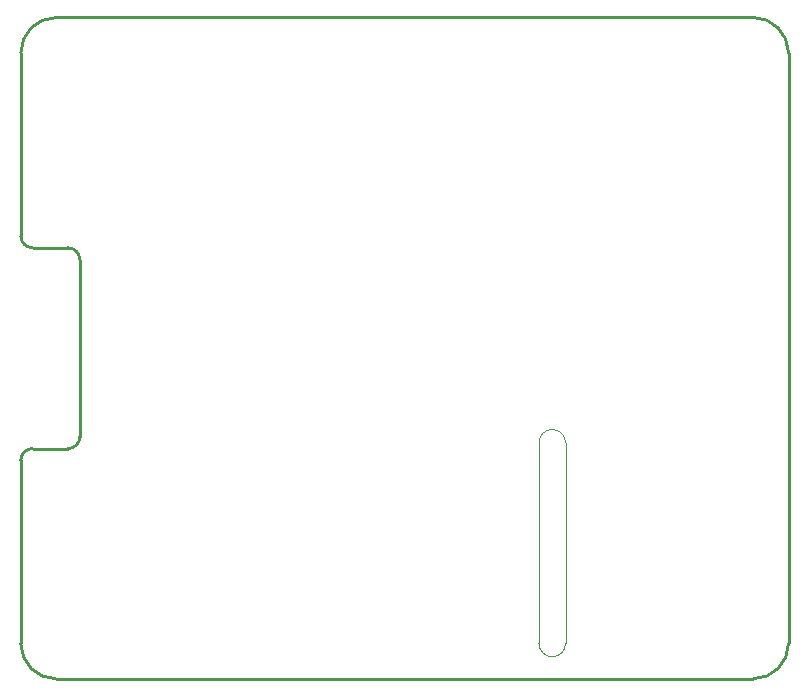
<source format=gko>
G04 Layer: BoardOutlineLayer*
G04 EasyEDA Pro v2.1.49.573a4102.674264, 2024-02-19 19:22:48*
G04 Gerber Generator version 0.3*
G04 Scale: 100 percent, Rotated: No, Reflected: No*
G04 Dimensions in millimeters*
G04 Leading zeros omitted, absolute positions, 3 integers and 5 decimals*
%FSLAX35Y35*%
%MOMM*%
%ADD10C,0.254*%
%ADD11C,0.0254*%
G75*


G04 PolygonModel Start*
G54D10*
G01X6200000Y-5650022D02*
G01X299999Y-5650022D01*
G01X-61Y-3800015D02*
G02X99939Y-3700015I100000J0D01*
G01X99931Y-3700013D01*
G01X399931D01*
G01X399938Y-3700015D01*
G03X499938Y-3600016I-330J100329D01*
G01X499930Y-3600013D01*
G01Y-2100019D01*
G01X499938D01*
G03X399938Y-2000019I-100076J-76D01*
G01X399931D01*
G01X99931D01*
G01X99939D01*
G02X-61Y-1900019I0J100000D01*
G01X20Y-350020D02*
G02X300020Y-50020I299999J0D01*
G01X6200021Y-50043D01*
G02X6500020Y-350042I0J-299999D01*
G01Y-5350043D01*
G01X6500000Y-5350022D01*
G02X6200000Y-5650022I-299999J0D01*
G01X-61Y-3800015D02*
G01X-61Y-5350022D01*
G01X20Y-350020D02*
G01X20Y-1900019D01*
G01X299999Y-5650022D02*
G02X0Y-5350022I0J299999D01*
G54D11*
G01X4500001Y-5462895D02*
G02X4387301Y-5350195I0J112700D01*
G01Y-4500199D01*
G01Y-3650196D01*
G02X4500001Y-3537496I112700J0D01*
G02X4612701Y-3650196I0J-112700D01*
G01Y-4500199D01*
G01Y-5350195D01*
G02X4500001Y-5462895I-112700J0D01*
G04 PolygonModel End*

M02*

</source>
